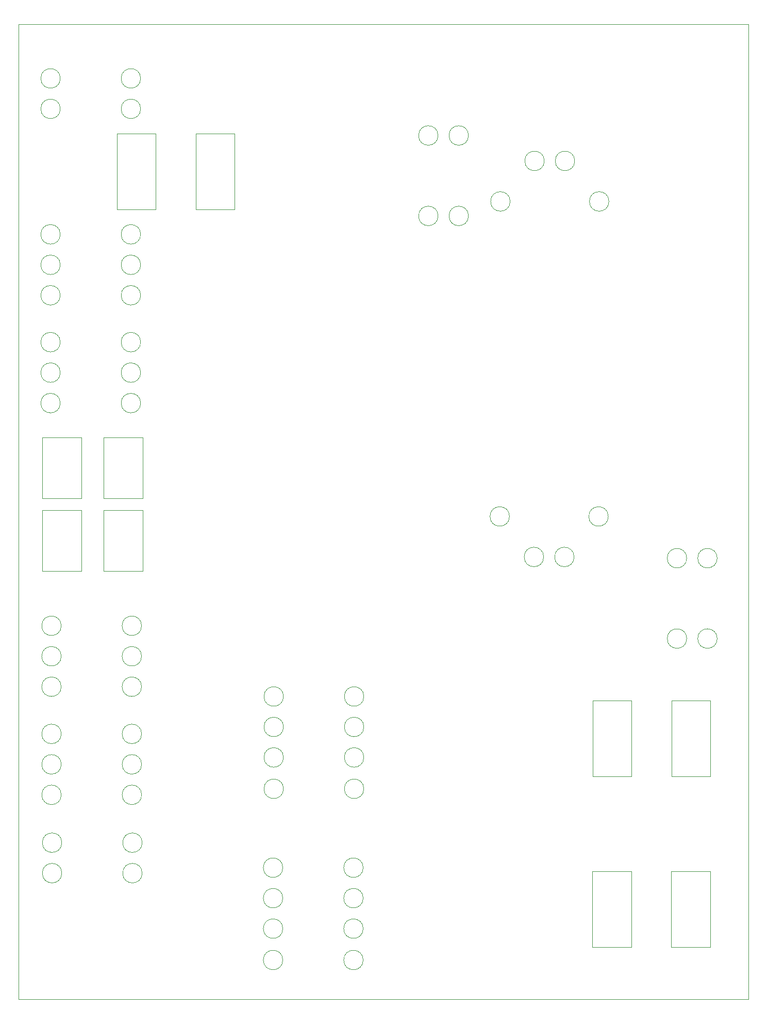
<source format=gbr>
%TF.GenerationSoftware,KiCad,Pcbnew,7.0.8-7.0.8~ubuntu22.04.1*%
%TF.CreationDate,2023-11-09T15:08:59-07:00*%
%TF.ProjectId,stepper_microscope_stage,73746570-7065-4725-9f6d-6963726f7363,10*%
%TF.SameCoordinates,Original*%
%TF.FileFunction,Profile,NP*%
%FSLAX46Y46*%
G04 Gerber Fmt 4.6, Leading zero omitted, Abs format (unit mm)*
G04 Created by KiCad (PCBNEW 7.0.8-7.0.8~ubuntu22.04.1) date 2023-11-09 15:08:59*
%MOMM*%
%LPD*%
G01*
G04 APERTURE LIST*
%TA.AperFunction,Profile*%
%ADD10C,0.100000*%
%TD*%
G04 APERTURE END LIST*
D10*
X120214286Y-54427856D02*
G75*
G03*
X120214286Y-54427856I-1600000J0D01*
G01*
X136441426Y-54427856D02*
G75*
G03*
X136441426Y-54427856I-1600000J0D01*
G01*
X130827856Y-47777856D02*
G75*
G03*
X130827856Y-47777856I-1600000J0D01*
G01*
X125827856Y-47777856D02*
G75*
G03*
X125827856Y-47777856I-1600000J0D01*
G01*
X136341426Y-106127856D02*
G75*
G03*
X136341426Y-106127856I-1600000J0D01*
G01*
X120114286Y-106127856D02*
G75*
G03*
X120114286Y-106127856I-1600000J0D01*
G01*
X125727856Y-112777856D02*
G75*
G03*
X125727856Y-112777856I-1600000J0D01*
G01*
X130727856Y-112777856D02*
G75*
G03*
X130727856Y-112777856I-1600000J0D01*
G01*
X39477856Y-25377856D02*
X159377856Y-25377856D01*
X159377856Y-185377856D01*
X39477856Y-185377856D01*
X39477856Y-25377856D01*
X46327856Y-64827856D02*
G75*
G03*
X46327856Y-64827856I-1600000J0D01*
G01*
X46478672Y-129072856D02*
G75*
G03*
X46478672Y-129072856I-1600000J0D01*
G01*
X53477856Y-105077856D02*
X59877856Y-105077856D01*
X59877856Y-115077856D01*
X53477856Y-115077856D01*
X53477856Y-105077856D01*
X96187856Y-140677856D02*
G75*
G03*
X96187856Y-140677856I-1600000J0D01*
G01*
X46578672Y-159672856D02*
G75*
G03*
X46578672Y-159672856I-1600000J0D01*
G01*
X59688672Y-146817856D02*
G75*
G03*
X59688672Y-146817856I-1600000J0D01*
G01*
X43377856Y-93127856D02*
X49777856Y-93127856D01*
X49777856Y-103127856D01*
X43377856Y-103127856D01*
X43377856Y-93127856D01*
X46488672Y-146817856D02*
G75*
G03*
X46488672Y-146817856I-1600000J0D01*
G01*
X46327856Y-87522856D02*
G75*
G03*
X46327856Y-87522856I-1600000J0D01*
G01*
X59678672Y-134072856D02*
G75*
G03*
X59678672Y-134072856I-1600000J0D01*
G01*
X96077856Y-178927856D02*
G75*
G03*
X96077856Y-178927856I-1600000J0D01*
G01*
X46478672Y-124072856D02*
G75*
G03*
X46478672Y-124072856I-1600000J0D01*
G01*
X46488672Y-141817856D02*
G75*
G03*
X46488672Y-141817856I-1600000J0D01*
G01*
X46327856Y-69827856D02*
G75*
G03*
X46327856Y-69827856I-1600000J0D01*
G01*
X108377856Y-43605712D02*
G75*
G03*
X108377856Y-43605712I-1600000J0D01*
G01*
X59527856Y-87522856D02*
G75*
G03*
X59527856Y-87522856I-1600000J0D01*
G01*
X59778672Y-164672856D02*
G75*
G03*
X59778672Y-164672856I-1600000J0D01*
G01*
X55627856Y-43322856D02*
X62027856Y-43322856D01*
X62027856Y-55722856D01*
X55627856Y-55722856D01*
X55627856Y-43322856D01*
X68577856Y-43322856D02*
X74977856Y-43322856D01*
X74977856Y-55722856D01*
X68577856Y-55722856D01*
X68577856Y-43322856D01*
X59527856Y-69827856D02*
G75*
G03*
X59527856Y-69827856I-1600000J0D01*
G01*
X59778672Y-159672856D02*
G75*
G03*
X59778672Y-159672856I-1600000J0D01*
G01*
X59678672Y-129072856D02*
G75*
G03*
X59678672Y-129072856I-1600000J0D01*
G01*
X59688672Y-141817856D02*
G75*
G03*
X59688672Y-141817856I-1600000J0D01*
G01*
X96077856Y-168777856D02*
G75*
G03*
X96077856Y-168777856I-1600000J0D01*
G01*
X82877856Y-163777856D02*
G75*
G03*
X82877856Y-163777856I-1600000J0D01*
G01*
X82877856Y-168777856D02*
G75*
G03*
X82877856Y-168777856I-1600000J0D01*
G01*
X82877856Y-178927856D02*
G75*
G03*
X82877856Y-178927856I-1600000J0D01*
G01*
X146727856Y-136377856D02*
X153127856Y-136377856D01*
X153127856Y-148777856D01*
X146727856Y-148777856D01*
X146727856Y-136377856D01*
X46327856Y-59827856D02*
G75*
G03*
X46327856Y-59827856I-1600000J0D01*
G01*
X46327856Y-77522856D02*
G75*
G03*
X46327856Y-77522856I-1600000J0D01*
G01*
X46327856Y-82522856D02*
G75*
G03*
X46327856Y-82522856I-1600000J0D01*
G01*
X59527856Y-64827856D02*
G75*
G03*
X59527856Y-64827856I-1600000J0D01*
G01*
X154227856Y-126175000D02*
G75*
G03*
X154227856Y-126175000I-1600000J0D01*
G01*
X82987856Y-145677856D02*
G75*
G03*
X82987856Y-145677856I-1600000J0D01*
G01*
X96077856Y-163777856D02*
G75*
G03*
X96077856Y-163777856I-1600000J0D01*
G01*
X53477856Y-93127856D02*
X59877856Y-93127856D01*
X59877856Y-103127856D01*
X53477856Y-103127856D01*
X53477856Y-93127856D01*
X133777856Y-136377856D02*
X140177856Y-136377856D01*
X140177856Y-148777856D01*
X133777856Y-148777856D01*
X133777856Y-136377856D01*
X154227856Y-112975000D02*
G75*
G03*
X154227856Y-112975000I-1600000J0D01*
G01*
X59527856Y-82522856D02*
G75*
G03*
X59527856Y-82522856I-1600000J0D01*
G01*
X46488672Y-151817856D02*
G75*
G03*
X46488672Y-151817856I-1600000J0D01*
G01*
X149227856Y-112975000D02*
G75*
G03*
X149227856Y-112975000I-1600000J0D01*
G01*
X113377856Y-56805712D02*
G75*
G03*
X113377856Y-56805712I-1600000J0D01*
G01*
X108377856Y-56805712D02*
G75*
G03*
X108377856Y-56805712I-1600000J0D01*
G01*
X59527856Y-77522856D02*
G75*
G03*
X59527856Y-77522856I-1600000J0D01*
G01*
X82877856Y-173777856D02*
G75*
G03*
X82877856Y-173777856I-1600000J0D01*
G01*
X146667856Y-164387856D02*
X153067856Y-164387856D01*
X153067856Y-176787856D01*
X146667856Y-176787856D01*
X146667856Y-164387856D01*
X96187856Y-145677856D02*
G75*
G03*
X96187856Y-145677856I-1600000J0D01*
G01*
X46327856Y-34230712D02*
G75*
G03*
X46327856Y-34230712I-1600000J0D01*
G01*
X46478672Y-134072856D02*
G75*
G03*
X46478672Y-134072856I-1600000J0D01*
G01*
X96077856Y-173777856D02*
G75*
G03*
X96077856Y-173777856I-1600000J0D01*
G01*
X149227856Y-126175000D02*
G75*
G03*
X149227856Y-126175000I-1600000J0D01*
G01*
X59678672Y-124072856D02*
G75*
G03*
X59678672Y-124072856I-1600000J0D01*
G01*
X96187856Y-135677856D02*
G75*
G03*
X96187856Y-135677856I-1600000J0D01*
G01*
X43377856Y-105077856D02*
X49777856Y-105077856D01*
X49777856Y-115077856D01*
X43377856Y-115077856D01*
X43377856Y-105077856D01*
X46578672Y-164672856D02*
G75*
G03*
X46578672Y-164672856I-1600000J0D01*
G01*
X96187856Y-150827856D02*
G75*
G03*
X96187856Y-150827856I-1600000J0D01*
G01*
X59527856Y-59827856D02*
G75*
G03*
X59527856Y-59827856I-1600000J0D01*
G01*
X133717856Y-164387856D02*
X140117856Y-164387856D01*
X140117856Y-176787856D01*
X133717856Y-176787856D01*
X133717856Y-164387856D01*
X46327856Y-39230712D02*
G75*
G03*
X46327856Y-39230712I-1600000J0D01*
G01*
X59688672Y-151817856D02*
G75*
G03*
X59688672Y-151817856I-1600000J0D01*
G01*
X82987856Y-135677856D02*
G75*
G03*
X82987856Y-135677856I-1600000J0D01*
G01*
X113377856Y-43605712D02*
G75*
G03*
X113377856Y-43605712I-1600000J0D01*
G01*
X59527856Y-34230712D02*
G75*
G03*
X59527856Y-34230712I-1600000J0D01*
G01*
X82987856Y-140677856D02*
G75*
G03*
X82987856Y-140677856I-1600000J0D01*
G01*
X59527856Y-39230712D02*
G75*
G03*
X59527856Y-39230712I-1600000J0D01*
G01*
X82987856Y-150827856D02*
G75*
G03*
X82987856Y-150827856I-1600000J0D01*
G01*
M02*

</source>
